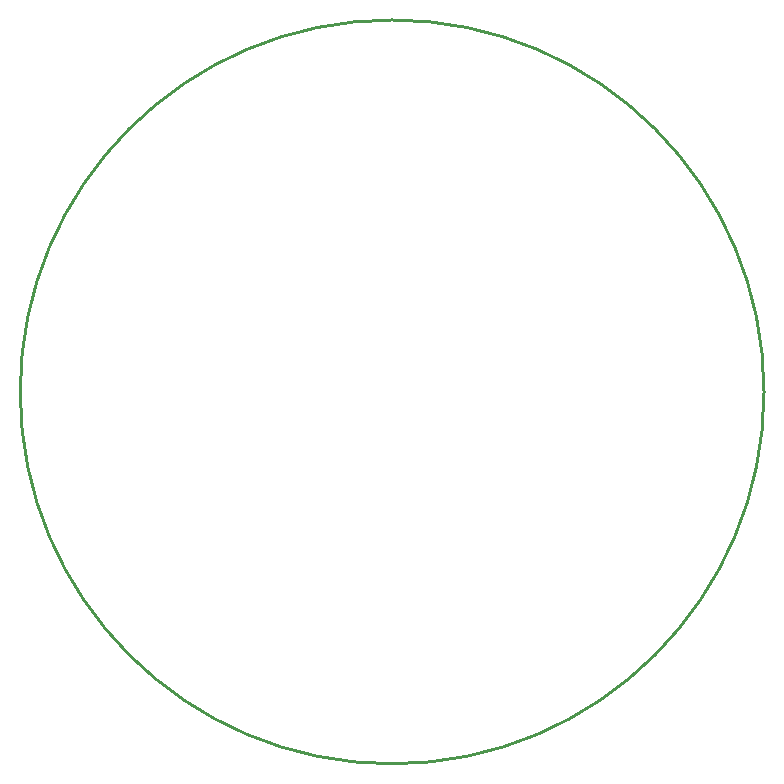
<source format=gko>
G04*
G04 #@! TF.GenerationSoftware,Altium Limited,Altium Designer,21.7.2 (23)*
G04*
G04 Layer_Color=16711935*
%FSLAX25Y25*%
%MOIN*%
G70*
G04*
G04 #@! TF.SameCoordinates,C9020EFE-5469-4C63-B031-BAE70B3800EC*
G04*
G04*
G04 #@! TF.FilePolarity,Positive*
G04*
G01*
G75*
%ADD12C,0.01000*%
D12*
X389476Y340000D02*
G03*
X389476Y340000I-123976J0D01*
G01*
M02*

</source>
